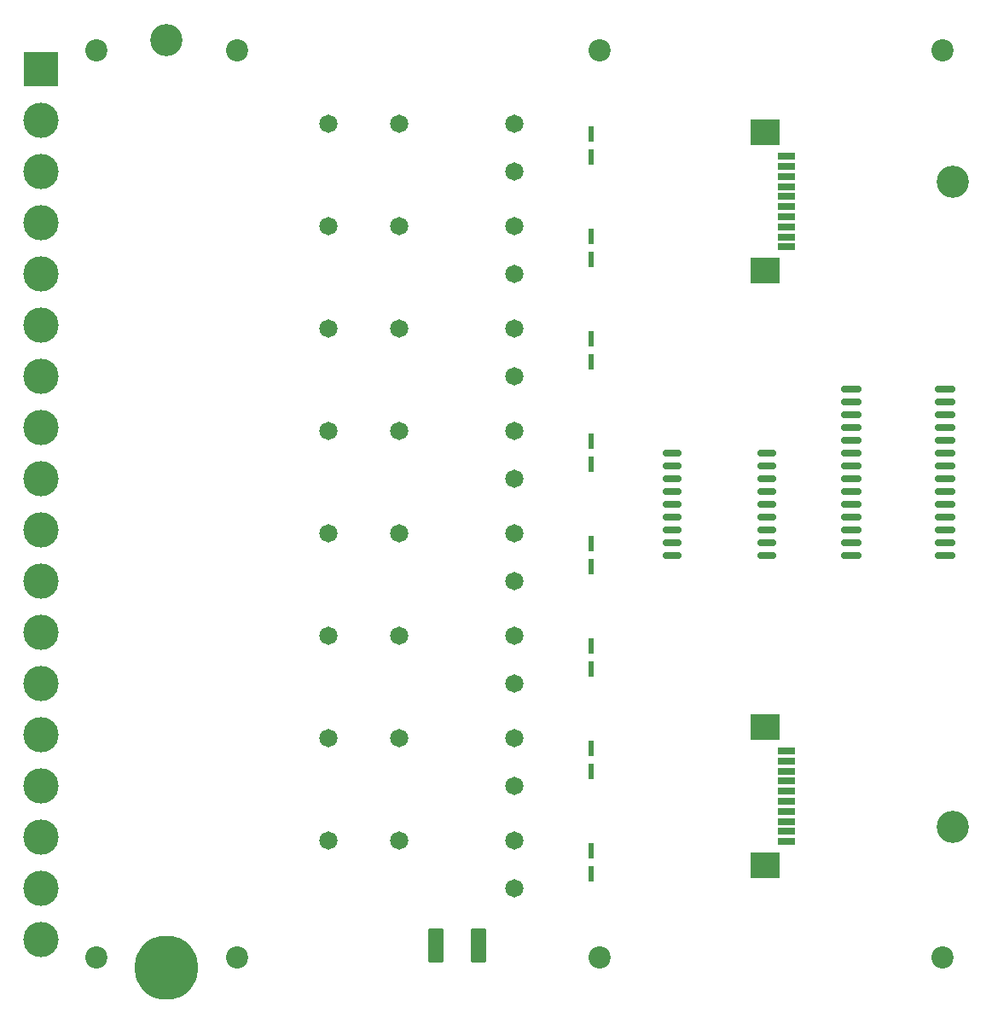
<source format=gbr>
%TF.GenerationSoftware,KiCad,Pcbnew,8.0.3-8.0.3-0~ubuntu22.04.1*%
%TF.CreationDate,2024-10-28T11:06:56+03:00*%
%TF.ProjectId,PM-RQ8,504d2d52-5138-42e6-9b69-6361645f7063,rev?*%
%TF.SameCoordinates,Original*%
%TF.FileFunction,Soldermask,Top*%
%TF.FilePolarity,Negative*%
%FSLAX46Y46*%
G04 Gerber Fmt 4.6, Leading zero omitted, Abs format (unit mm)*
G04 Created by KiCad (PCBNEW 8.0.3-8.0.3-0~ubuntu22.04.1) date 2024-10-28 11:06:56*
%MOMM*%
%LPD*%
G01*
G04 APERTURE LIST*
G04 Aperture macros list*
%AMRoundRect*
0 Rectangle with rounded corners*
0 $1 Rounding radius*
0 $2 $3 $4 $5 $6 $7 $8 $9 X,Y pos of 4 corners*
0 Add a 4 corners polygon primitive as box body*
4,1,4,$2,$3,$4,$5,$6,$7,$8,$9,$2,$3,0*
0 Add four circle primitives for the rounded corners*
1,1,$1+$1,$2,$3*
1,1,$1+$1,$4,$5*
1,1,$1+$1,$6,$7*
1,1,$1+$1,$8,$9*
0 Add four rect primitives between the rounded corners*
20,1,$1+$1,$2,$3,$4,$5,0*
20,1,$1+$1,$4,$5,$6,$7,0*
20,1,$1+$1,$6,$7,$8,$9,0*
20,1,$1+$1,$8,$9,$2,$3,0*%
G04 Aperture macros list end*
%ADD10R,0.533400X1.524000*%
%ADD11R,1.803400X0.635000*%
%ADD12R,2.997200X2.590800*%
%ADD13C,1.812000*%
%ADD14RoundRect,0.150000X0.800000X0.150000X-0.800000X0.150000X-0.800000X-0.150000X0.800000X-0.150000X0*%
%ADD15C,2.200000*%
%ADD16R,3.500000X3.500000*%
%ADD17C,3.500000*%
%ADD18C,3.200000*%
%ADD19O,6.350000X6.350000*%
%ADD20RoundRect,0.150000X0.875000X0.150000X-0.875000X0.150000X-0.875000X-0.150000X0.875000X-0.150000X0*%
%ADD21RoundRect,0.250000X-0.537500X-1.450000X0.537500X-1.450000X0.537500X1.450000X-0.537500X1.450000X0*%
G04 APERTURE END LIST*
D10*
%TO.C,D4*%
X10160000Y3937000D03*
X10160000Y6223000D03*
%TD*%
D11*
%TO.C,J9*%
X29556000Y-24500009D03*
X29556000Y-25500007D03*
X29556000Y-26500005D03*
X29556000Y-27500003D03*
X29556000Y-28500001D03*
X29556000Y-29499999D03*
X29556000Y-30499997D03*
X29556000Y-31499995D03*
X29556000Y-32499993D03*
X29556000Y-33499991D03*
D12*
X27385999Y-22149998D03*
X27385999Y-35850002D03*
%TD*%
D13*
%TO.C,K4*%
X2540000Y7240000D03*
X-8960000Y7240000D03*
X-15960000Y7240000D03*
X2540000Y2540000D03*
%TD*%
D14*
%TO.C,U1*%
X27585000Y-5080000D03*
X27585000Y-3810000D03*
X27585000Y-2540000D03*
X27585000Y-1270000D03*
X27585000Y0D03*
X27585000Y1270000D03*
X27585000Y2540000D03*
X27585000Y3810000D03*
X27585000Y5080000D03*
X18135000Y5080000D03*
X18135000Y3810000D03*
X18135000Y2540000D03*
X18135000Y1270000D03*
X18135000Y0D03*
X18135000Y-1270000D03*
X18135000Y-2540000D03*
X18135000Y-3810000D03*
X18135000Y-5080000D03*
%TD*%
D15*
%TO.C,U3*%
X-39000000Y45000000D03*
X-39000000Y-45000000D03*
X-25000000Y45000000D03*
X-25000000Y-45000000D03*
%TD*%
D13*
%TO.C,K5*%
X2540000Y-2920000D03*
X-8960000Y-2920000D03*
X-15960000Y-2920000D03*
X2540000Y-7620000D03*
%TD*%
D16*
%TO.C,J10*%
X-44450000Y43180000D03*
D17*
X-44450000Y38100000D03*
X-44450000Y33020000D03*
X-44450000Y27940000D03*
X-44450000Y22860000D03*
X-44450000Y17780000D03*
X-44450000Y12700000D03*
X-44450000Y7620000D03*
X-44450000Y2540000D03*
X-44450000Y-2540000D03*
X-44450000Y-7620000D03*
X-44450000Y-12700000D03*
X-44450000Y-17780000D03*
X-44450000Y-22860000D03*
X-44450000Y-27940000D03*
X-44450000Y-33020000D03*
X-44450000Y-38100000D03*
X-44450000Y-43180000D03*
%TD*%
D18*
%TO.C,H3*%
X46000000Y-32000000D03*
%TD*%
D13*
%TO.C,K6*%
X2540000Y-13080000D03*
X-8960000Y-13080000D03*
X-15960000Y-13080000D03*
X2540000Y-17780000D03*
%TD*%
D15*
%TO.C,U5*%
X11000000Y45000000D03*
X11000000Y-45000000D03*
X45000000Y45000000D03*
X45000000Y-45000000D03*
%TD*%
D13*
%TO.C,K8*%
X2540000Y-33400000D03*
X-8960000Y-33400000D03*
X-15960000Y-33400000D03*
X2540000Y-38100000D03*
%TD*%
%TO.C,K1*%
X2540000Y37720000D03*
X-8960000Y37720000D03*
X-15960000Y37720000D03*
X2540000Y33020000D03*
%TD*%
D10*
%TO.C,D8*%
X10160000Y-36703000D03*
X10160000Y-34417000D03*
%TD*%
%TO.C,D1*%
X10160000Y34417000D03*
X10160000Y36703000D03*
%TD*%
D18*
%TO.C,H1*%
X-32000000Y46000000D03*
%TD*%
D13*
%TO.C,K7*%
X2540000Y-23240000D03*
X-8960000Y-23240000D03*
X-15960000Y-23240000D03*
X2540000Y-27940000D03*
%TD*%
D10*
%TO.C,D5*%
X10160000Y-6223000D03*
X10160000Y-3937000D03*
%TD*%
%TO.C,D3*%
X10160000Y14097000D03*
X10160000Y16383000D03*
%TD*%
D19*
%TO.C,PE1*%
X-32000000Y-46000000D03*
%TD*%
D13*
%TO.C,K3*%
X2540000Y17400000D03*
X-8960000Y17400000D03*
X-15960000Y17400000D03*
X2540000Y12700000D03*
%TD*%
D20*
%TO.C,U2*%
X45290000Y-5080000D03*
X45290000Y-3810000D03*
X45290000Y-2540000D03*
X45290000Y-1270000D03*
X45290000Y0D03*
X45290000Y1270000D03*
X45290000Y2540000D03*
X45290000Y3810000D03*
X45290000Y5080000D03*
X45290000Y6350000D03*
X45290000Y7620000D03*
X45290000Y8890000D03*
X45290000Y10160000D03*
X45290000Y11430000D03*
X35990000Y11430000D03*
X35990000Y10160000D03*
X35990000Y8890000D03*
X35990000Y7620000D03*
X35990000Y6350000D03*
X35990000Y5080000D03*
X35990000Y3810000D03*
X35990000Y2540000D03*
X35990000Y1270000D03*
X35990000Y0D03*
X35990000Y-1270000D03*
X35990000Y-2540000D03*
X35990000Y-3810000D03*
X35990000Y-5080000D03*
%TD*%
D13*
%TO.C,K2*%
X2540000Y27560000D03*
X-8960000Y27560000D03*
X-15960000Y27560000D03*
X2540000Y22860000D03*
%TD*%
D21*
%TO.C,C1*%
X-5312500Y-43815000D03*
X-1037500Y-43815000D03*
%TD*%
D11*
%TO.C,J2*%
X29556000Y34499991D03*
X29556000Y33499993D03*
X29556000Y32499995D03*
X29556000Y31499997D03*
X29556000Y30499999D03*
X29556000Y29500001D03*
X29556000Y28500003D03*
X29556000Y27500005D03*
X29556000Y26500007D03*
X29556000Y25500009D03*
D12*
X27385999Y36850002D03*
X27385999Y23149998D03*
%TD*%
D10*
%TO.C,D7*%
X10160000Y-26543000D03*
X10160000Y-24257000D03*
%TD*%
%TO.C,D6*%
X10160000Y-16383000D03*
X10160000Y-14097000D03*
%TD*%
D18*
%TO.C,H2*%
X46000000Y32000000D03*
%TD*%
D10*
%TO.C,D2*%
X10160000Y24257000D03*
X10160000Y26543000D03*
%TD*%
M02*

</source>
